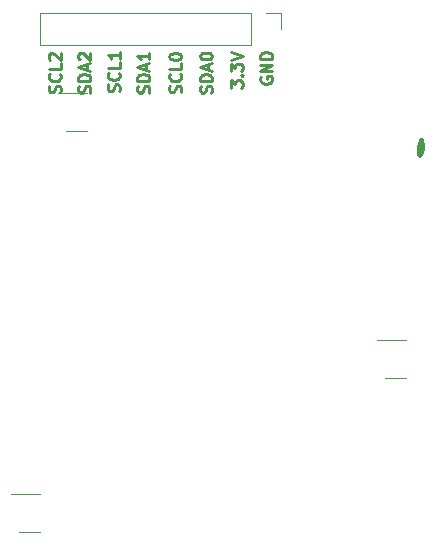
<source format=gbr>
G04 #@! TF.GenerationSoftware,KiCad,Pcbnew,5.0.2-bee76a0~70~ubuntu18.04.1*
G04 #@! TF.CreationDate,2019-08-19T12:56:06+02:00*
G04 #@! TF.ProjectId,roboy_3.0_40mm_ball_sensor,726f626f-795f-4332-9e30-5f34306d6d5f,rev?*
G04 #@! TF.SameCoordinates,Original*
G04 #@! TF.FileFunction,Legend,Top*
G04 #@! TF.FilePolarity,Positive*
%FSLAX46Y46*%
G04 Gerber Fmt 4.6, Leading zero omitted, Abs format (unit mm)*
G04 Created by KiCad (PCBNEW 5.0.2-bee76a0~70~ubuntu18.04.1) date Mo 19 Aug 2019 12:56:06 CEST*
%MOMM*%
%LPD*%
G01*
G04 APERTURE LIST*
%ADD10C,0.250000*%
%ADD11C,0.120000*%
%ADD12C,0.010000*%
G04 APERTURE END LIST*
D10*
X161804761Y-80366666D02*
X161852380Y-80223809D01*
X161852380Y-79985714D01*
X161804761Y-79890476D01*
X161757142Y-79842857D01*
X161661904Y-79795238D01*
X161566666Y-79795238D01*
X161471428Y-79842857D01*
X161423809Y-79890476D01*
X161376190Y-79985714D01*
X161328571Y-80176190D01*
X161280952Y-80271428D01*
X161233333Y-80319047D01*
X161138095Y-80366666D01*
X161042857Y-80366666D01*
X160947619Y-80319047D01*
X160900000Y-80271428D01*
X160852380Y-80176190D01*
X160852380Y-79938095D01*
X160900000Y-79795238D01*
X161757142Y-78795238D02*
X161804761Y-78842857D01*
X161852380Y-78985714D01*
X161852380Y-79080952D01*
X161804761Y-79223809D01*
X161709523Y-79319047D01*
X161614285Y-79366666D01*
X161423809Y-79414285D01*
X161280952Y-79414285D01*
X161090476Y-79366666D01*
X160995238Y-79319047D01*
X160900000Y-79223809D01*
X160852380Y-79080952D01*
X160852380Y-78985714D01*
X160900000Y-78842857D01*
X160947619Y-78795238D01*
X161852380Y-77890476D02*
X161852380Y-78366666D01*
X160852380Y-78366666D01*
X160852380Y-77366666D02*
X160852380Y-77271428D01*
X160900000Y-77176190D01*
X160947619Y-77128571D01*
X161042857Y-77080952D01*
X161233333Y-77033333D01*
X161471428Y-77033333D01*
X161661904Y-77080952D01*
X161757142Y-77128571D01*
X161804761Y-77176190D01*
X161852380Y-77271428D01*
X161852380Y-77366666D01*
X161804761Y-77461904D01*
X161757142Y-77509523D01*
X161661904Y-77557142D01*
X161471428Y-77604761D01*
X161233333Y-77604761D01*
X161042857Y-77557142D01*
X160947619Y-77509523D01*
X160900000Y-77461904D01*
X160852380Y-77366666D01*
X159104761Y-80390476D02*
X159152380Y-80247619D01*
X159152380Y-80009523D01*
X159104761Y-79914285D01*
X159057142Y-79866666D01*
X158961904Y-79819047D01*
X158866666Y-79819047D01*
X158771428Y-79866666D01*
X158723809Y-79914285D01*
X158676190Y-80009523D01*
X158628571Y-80200000D01*
X158580952Y-80295238D01*
X158533333Y-80342857D01*
X158438095Y-80390476D01*
X158342857Y-80390476D01*
X158247619Y-80342857D01*
X158200000Y-80295238D01*
X158152380Y-80200000D01*
X158152380Y-79961904D01*
X158200000Y-79819047D01*
X159152380Y-79390476D02*
X158152380Y-79390476D01*
X158152380Y-79152380D01*
X158200000Y-79009523D01*
X158295238Y-78914285D01*
X158390476Y-78866666D01*
X158580952Y-78819047D01*
X158723809Y-78819047D01*
X158914285Y-78866666D01*
X159009523Y-78914285D01*
X159104761Y-79009523D01*
X159152380Y-79152380D01*
X159152380Y-79390476D01*
X158866666Y-78438095D02*
X158866666Y-77961904D01*
X159152380Y-78533333D02*
X158152380Y-78200000D01*
X159152380Y-77866666D01*
X159152380Y-77009523D02*
X159152380Y-77580952D01*
X159152380Y-77295238D02*
X158152380Y-77295238D01*
X158295238Y-77390476D01*
X158390476Y-77485714D01*
X158438095Y-77580952D01*
X154104761Y-80388265D02*
X154152380Y-80245408D01*
X154152380Y-80007312D01*
X154104761Y-79912074D01*
X154057142Y-79864455D01*
X153961904Y-79816836D01*
X153866666Y-79816836D01*
X153771428Y-79864455D01*
X153723809Y-79912074D01*
X153676190Y-80007312D01*
X153628571Y-80197789D01*
X153580952Y-80293027D01*
X153533333Y-80340646D01*
X153438095Y-80388265D01*
X153342857Y-80388265D01*
X153247619Y-80340646D01*
X153200000Y-80293027D01*
X153152380Y-80197789D01*
X153152380Y-79959693D01*
X153200000Y-79816836D01*
X154152380Y-79388265D02*
X153152380Y-79388265D01*
X153152380Y-79150169D01*
X153200000Y-79007312D01*
X153295238Y-78912074D01*
X153390476Y-78864455D01*
X153580952Y-78816836D01*
X153723809Y-78816836D01*
X153914285Y-78864455D01*
X154009523Y-78912074D01*
X154104761Y-79007312D01*
X154152380Y-79150169D01*
X154152380Y-79388265D01*
X153866666Y-78435884D02*
X153866666Y-77959693D01*
X154152380Y-78531122D02*
X153152380Y-78197789D01*
X154152380Y-77864455D01*
X153247619Y-77578741D02*
X153200000Y-77531122D01*
X153152380Y-77435884D01*
X153152380Y-77197789D01*
X153200000Y-77102550D01*
X153247619Y-77054931D01*
X153342857Y-77007312D01*
X153438095Y-77007312D01*
X153580952Y-77054931D01*
X154152380Y-77626360D01*
X154152380Y-77007312D01*
X156604761Y-80266666D02*
X156652380Y-80123809D01*
X156652380Y-79885714D01*
X156604761Y-79790476D01*
X156557142Y-79742857D01*
X156461904Y-79695238D01*
X156366666Y-79695238D01*
X156271428Y-79742857D01*
X156223809Y-79790476D01*
X156176190Y-79885714D01*
X156128571Y-80076190D01*
X156080952Y-80171428D01*
X156033333Y-80219047D01*
X155938095Y-80266666D01*
X155842857Y-80266666D01*
X155747619Y-80219047D01*
X155700000Y-80171428D01*
X155652380Y-80076190D01*
X155652380Y-79838095D01*
X155700000Y-79695238D01*
X156557142Y-78695238D02*
X156604761Y-78742857D01*
X156652380Y-78885714D01*
X156652380Y-78980952D01*
X156604761Y-79123809D01*
X156509523Y-79219047D01*
X156414285Y-79266666D01*
X156223809Y-79314285D01*
X156080952Y-79314285D01*
X155890476Y-79266666D01*
X155795238Y-79219047D01*
X155700000Y-79123809D01*
X155652380Y-78980952D01*
X155652380Y-78885714D01*
X155700000Y-78742857D01*
X155747619Y-78695238D01*
X156652380Y-77790476D02*
X156652380Y-78266666D01*
X155652380Y-78266666D01*
X156652380Y-76933333D02*
X156652380Y-77504761D01*
X156652380Y-77219047D02*
X155652380Y-77219047D01*
X155795238Y-77314285D01*
X155890476Y-77409523D01*
X155938095Y-77504761D01*
X166052380Y-79976190D02*
X166052380Y-79357142D01*
X166433333Y-79690476D01*
X166433333Y-79547619D01*
X166480952Y-79452380D01*
X166528571Y-79404761D01*
X166623809Y-79357142D01*
X166861904Y-79357142D01*
X166957142Y-79404761D01*
X167004761Y-79452380D01*
X167052380Y-79547619D01*
X167052380Y-79833333D01*
X167004761Y-79928571D01*
X166957142Y-79976190D01*
X166957142Y-78928571D02*
X167004761Y-78880952D01*
X167052380Y-78928571D01*
X167004761Y-78976190D01*
X166957142Y-78928571D01*
X167052380Y-78928571D01*
X166052380Y-78547619D02*
X166052380Y-77928571D01*
X166433333Y-78261904D01*
X166433333Y-78119047D01*
X166480952Y-78023809D01*
X166528571Y-77976190D01*
X166623809Y-77928571D01*
X166861904Y-77928571D01*
X166957142Y-77976190D01*
X167004761Y-78023809D01*
X167052380Y-78119047D01*
X167052380Y-78404761D01*
X167004761Y-78500000D01*
X166957142Y-78547619D01*
X166052380Y-77642857D02*
X167052380Y-77309523D01*
X166052380Y-76976190D01*
X151604761Y-80366666D02*
X151652380Y-80223809D01*
X151652380Y-79985714D01*
X151604761Y-79890476D01*
X151557142Y-79842857D01*
X151461904Y-79795238D01*
X151366666Y-79795238D01*
X151271428Y-79842857D01*
X151223809Y-79890476D01*
X151176190Y-79985714D01*
X151128571Y-80176190D01*
X151080952Y-80271428D01*
X151033333Y-80319047D01*
X150938095Y-80366666D01*
X150842857Y-80366666D01*
X150747619Y-80319047D01*
X150700000Y-80271428D01*
X150652380Y-80176190D01*
X150652380Y-79938095D01*
X150700000Y-79795238D01*
X151557142Y-78795238D02*
X151604761Y-78842857D01*
X151652380Y-78985714D01*
X151652380Y-79080952D01*
X151604761Y-79223809D01*
X151509523Y-79319047D01*
X151414285Y-79366666D01*
X151223809Y-79414285D01*
X151080952Y-79414285D01*
X150890476Y-79366666D01*
X150795238Y-79319047D01*
X150700000Y-79223809D01*
X150652380Y-79080952D01*
X150652380Y-78985714D01*
X150700000Y-78842857D01*
X150747619Y-78795238D01*
X151652380Y-77890476D02*
X151652380Y-78366666D01*
X150652380Y-78366666D01*
X150747619Y-77604761D02*
X150700000Y-77557142D01*
X150652380Y-77461904D01*
X150652380Y-77223809D01*
X150700000Y-77128571D01*
X150747619Y-77080952D01*
X150842857Y-77033333D01*
X150938095Y-77033333D01*
X151080952Y-77080952D01*
X151652380Y-77652380D01*
X151652380Y-77033333D01*
X164404761Y-80390476D02*
X164452380Y-80247619D01*
X164452380Y-80009523D01*
X164404761Y-79914285D01*
X164357142Y-79866666D01*
X164261904Y-79819047D01*
X164166666Y-79819047D01*
X164071428Y-79866666D01*
X164023809Y-79914285D01*
X163976190Y-80009523D01*
X163928571Y-80200000D01*
X163880952Y-80295238D01*
X163833333Y-80342857D01*
X163738095Y-80390476D01*
X163642857Y-80390476D01*
X163547619Y-80342857D01*
X163500000Y-80295238D01*
X163452380Y-80200000D01*
X163452380Y-79961904D01*
X163500000Y-79819047D01*
X164452380Y-79390476D02*
X163452380Y-79390476D01*
X163452380Y-79152380D01*
X163500000Y-79009523D01*
X163595238Y-78914285D01*
X163690476Y-78866666D01*
X163880952Y-78819047D01*
X164023809Y-78819047D01*
X164214285Y-78866666D01*
X164309523Y-78914285D01*
X164404761Y-79009523D01*
X164452380Y-79152380D01*
X164452380Y-79390476D01*
X164166666Y-78438095D02*
X164166666Y-77961904D01*
X164452380Y-78533333D02*
X163452380Y-78200000D01*
X164452380Y-77866666D01*
X163452380Y-77342857D02*
X163452380Y-77247619D01*
X163500000Y-77152380D01*
X163547619Y-77104761D01*
X163642857Y-77057142D01*
X163833333Y-77009523D01*
X164071428Y-77009523D01*
X164261904Y-77057142D01*
X164357142Y-77104761D01*
X164404761Y-77152380D01*
X164452380Y-77247619D01*
X164452380Y-77342857D01*
X164404761Y-77438095D01*
X164357142Y-77485714D01*
X164261904Y-77533333D01*
X164071428Y-77580952D01*
X163833333Y-77580952D01*
X163642857Y-77533333D01*
X163547619Y-77485714D01*
X163500000Y-77438095D01*
X163452380Y-77342857D01*
X168600000Y-79061904D02*
X168552380Y-79157142D01*
X168552380Y-79300000D01*
X168600000Y-79442857D01*
X168695238Y-79538095D01*
X168790476Y-79585714D01*
X168980952Y-79633333D01*
X169123809Y-79633333D01*
X169314285Y-79585714D01*
X169409523Y-79538095D01*
X169504761Y-79442857D01*
X169552380Y-79300000D01*
X169552380Y-79204761D01*
X169504761Y-79061904D01*
X169457142Y-79014285D01*
X169123809Y-79014285D01*
X169123809Y-79204761D01*
X169552380Y-78585714D02*
X168552380Y-78585714D01*
X169552380Y-78014285D01*
X168552380Y-78014285D01*
X169552380Y-77538095D02*
X168552380Y-77538095D01*
X168552380Y-77300000D01*
X168600000Y-77157142D01*
X168695238Y-77061904D01*
X168790476Y-77014285D01*
X168980952Y-76966666D01*
X169123809Y-76966666D01*
X169314285Y-77014285D01*
X169409523Y-77061904D01*
X169504761Y-77157142D01*
X169552380Y-77300000D01*
X169552380Y-77538095D01*
D11*
G04 #@! TO.C,U1*
X180900000Y-101340000D02*
X178450000Y-101340000D01*
X179100000Y-104560000D02*
X180900000Y-104560000D01*
G04 #@! TO.C,U2*
X152100000Y-83610000D02*
X153900000Y-83610000D01*
X153900000Y-80390000D02*
X151450000Y-80390000D01*
G04 #@! TO.C,U3*
X148100000Y-117610000D02*
X149900000Y-117610000D01*
X149900000Y-114390000D02*
X147450000Y-114390000D01*
G04 #@! TO.C,J1*
X149890000Y-73670000D02*
X149890000Y-76330000D01*
X167730000Y-73670000D02*
X149890000Y-73670000D01*
X167730000Y-76330000D02*
X149890000Y-76330000D01*
X167730000Y-73670000D02*
X167730000Y-76330000D01*
X169000000Y-73670000D02*
X170330000Y-73670000D01*
X170330000Y-73670000D02*
X170330000Y-75000000D01*
D12*
G04 #@! TO.C,G\002A\002A\002A*
G36*
X182178201Y-84229738D02*
X182198348Y-84231965D01*
X182215863Y-84235564D01*
X182231188Y-84241308D01*
X182244766Y-84249971D01*
X182257039Y-84262324D01*
X182268450Y-84279140D01*
X182279440Y-84301193D01*
X182290453Y-84329255D01*
X182301931Y-84364099D01*
X182314316Y-84406498D01*
X182328050Y-84457225D01*
X182343577Y-84517052D01*
X182344299Y-84519867D01*
X182361506Y-84592474D01*
X182375540Y-84664276D01*
X182386689Y-84737443D01*
X182395238Y-84814150D01*
X182401474Y-84896569D01*
X182405609Y-84984760D01*
X182406717Y-85018405D01*
X182407222Y-85044525D01*
X182406933Y-85065749D01*
X182405658Y-85084703D01*
X182403208Y-85104014D01*
X182399391Y-85126309D01*
X182394016Y-85154217D01*
X182392872Y-85160020D01*
X182376391Y-85238711D01*
X182358865Y-85313406D01*
X182340546Y-85383339D01*
X182321687Y-85447741D01*
X182302541Y-85505845D01*
X182283359Y-85556882D01*
X182264394Y-85600085D01*
X182245900Y-85634686D01*
X182228657Y-85659293D01*
X182217953Y-85672749D01*
X182203677Y-85691717D01*
X182187975Y-85713311D01*
X182177487Y-85728152D01*
X182151986Y-85762275D01*
X182128222Y-85789201D01*
X182106922Y-85808184D01*
X182089823Y-85818106D01*
X182077848Y-85820698D01*
X182060149Y-85822358D01*
X182045639Y-85822712D01*
X182029049Y-85821866D01*
X182013769Y-85819024D01*
X181996746Y-85813303D01*
X181974929Y-85803818D01*
X181965960Y-85799618D01*
X181943192Y-85787894D01*
X181921706Y-85775181D01*
X181904652Y-85763418D01*
X181898199Y-85757955D01*
X181875298Y-85729710D01*
X181855228Y-85691883D01*
X181837972Y-85644420D01*
X181823507Y-85587269D01*
X181814959Y-85541020D01*
X181812442Y-85523764D01*
X181810422Y-85505587D01*
X181808848Y-85485174D01*
X181807672Y-85461208D01*
X181806843Y-85432375D01*
X181806312Y-85397359D01*
X181806029Y-85354844D01*
X181805945Y-85303516D01*
X181805945Y-85302260D01*
X181806068Y-85245778D01*
X181806514Y-85197431D01*
X181807403Y-85155192D01*
X181808857Y-85117037D01*
X181810997Y-85080942D01*
X181813942Y-85044882D01*
X181817814Y-85006833D01*
X181822734Y-84964769D01*
X181828823Y-84916667D01*
X181829068Y-84914778D01*
X181838126Y-84857754D01*
X181850976Y-84795299D01*
X181867031Y-84729301D01*
X181885706Y-84661648D01*
X181906413Y-84594227D01*
X181928565Y-84528927D01*
X181951577Y-84467635D01*
X181974862Y-84412239D01*
X181997832Y-84364626D01*
X182003030Y-84354937D01*
X182030897Y-84310835D01*
X182061983Y-84273517D01*
X182062588Y-84272896D01*
X182085380Y-84251619D01*
X182106068Y-84237902D01*
X182127763Y-84230583D01*
X182153575Y-84228502D01*
X182178201Y-84229738D01*
X182178201Y-84229738D01*
G37*
X182178201Y-84229738D02*
X182198348Y-84231965D01*
X182215863Y-84235564D01*
X182231188Y-84241308D01*
X182244766Y-84249971D01*
X182257039Y-84262324D01*
X182268450Y-84279140D01*
X182279440Y-84301193D01*
X182290453Y-84329255D01*
X182301931Y-84364099D01*
X182314316Y-84406498D01*
X182328050Y-84457225D01*
X182343577Y-84517052D01*
X182344299Y-84519867D01*
X182361506Y-84592474D01*
X182375540Y-84664276D01*
X182386689Y-84737443D01*
X182395238Y-84814150D01*
X182401474Y-84896569D01*
X182405609Y-84984760D01*
X182406717Y-85018405D01*
X182407222Y-85044525D01*
X182406933Y-85065749D01*
X182405658Y-85084703D01*
X182403208Y-85104014D01*
X182399391Y-85126309D01*
X182394016Y-85154217D01*
X182392872Y-85160020D01*
X182376391Y-85238711D01*
X182358865Y-85313406D01*
X182340546Y-85383339D01*
X182321687Y-85447741D01*
X182302541Y-85505845D01*
X182283359Y-85556882D01*
X182264394Y-85600085D01*
X182245900Y-85634686D01*
X182228657Y-85659293D01*
X182217953Y-85672749D01*
X182203677Y-85691717D01*
X182187975Y-85713311D01*
X182177487Y-85728152D01*
X182151986Y-85762275D01*
X182128222Y-85789201D01*
X182106922Y-85808184D01*
X182089823Y-85818106D01*
X182077848Y-85820698D01*
X182060149Y-85822358D01*
X182045639Y-85822712D01*
X182029049Y-85821866D01*
X182013769Y-85819024D01*
X181996746Y-85813303D01*
X181974929Y-85803818D01*
X181965960Y-85799618D01*
X181943192Y-85787894D01*
X181921706Y-85775181D01*
X181904652Y-85763418D01*
X181898199Y-85757955D01*
X181875298Y-85729710D01*
X181855228Y-85691883D01*
X181837972Y-85644420D01*
X181823507Y-85587269D01*
X181814959Y-85541020D01*
X181812442Y-85523764D01*
X181810422Y-85505587D01*
X181808848Y-85485174D01*
X181807672Y-85461208D01*
X181806843Y-85432375D01*
X181806312Y-85397359D01*
X181806029Y-85354844D01*
X181805945Y-85303516D01*
X181805945Y-85302260D01*
X181806068Y-85245778D01*
X181806514Y-85197431D01*
X181807403Y-85155192D01*
X181808857Y-85117037D01*
X181810997Y-85080942D01*
X181813942Y-85044882D01*
X181817814Y-85006833D01*
X181822734Y-84964769D01*
X181828823Y-84916667D01*
X181829068Y-84914778D01*
X181838126Y-84857754D01*
X181850976Y-84795299D01*
X181867031Y-84729301D01*
X181885706Y-84661648D01*
X181906413Y-84594227D01*
X181928565Y-84528927D01*
X181951577Y-84467635D01*
X181974862Y-84412239D01*
X181997832Y-84364626D01*
X182003030Y-84354937D01*
X182030897Y-84310835D01*
X182061983Y-84273517D01*
X182062588Y-84272896D01*
X182085380Y-84251619D01*
X182106068Y-84237902D01*
X182127763Y-84230583D01*
X182153575Y-84228502D01*
X182178201Y-84229738D01*
G04 #@! TD*
M02*

</source>
